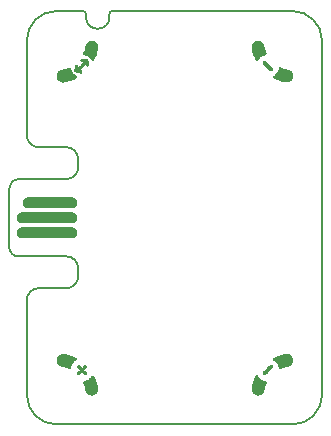
<source format=gto>
%TF.GenerationSoftware,KiCad,Pcbnew,8.0.8*%
%TF.CreationDate,2025-01-29T17:02:43+00:00*%
%TF.ProjectId,ec30_2x3_l_mh_0.1,65633330-5f32-4783-935f-6c5f6d685f30,v0.1*%
%TF.SameCoordinates,PX8d24d00PY36d6160*%
%TF.FileFunction,Legend,Top*%
%TF.FilePolarity,Positive*%
%FSLAX46Y46*%
G04 Gerber Fmt 4.6, Leading zero omitted, Abs format (unit mm)*
G04 Created by KiCad (PCBNEW 8.0.8) date 2025-01-29 17:02:43*
%MOMM*%
%LPD*%
G01*
G04 APERTURE LIST*
%ADD10C,0.200000*%
%ADD11C,0.010000*%
%ADD12C,0.000000*%
G04 APERTURE END LIST*
D10*
X-7500000Y17250000D02*
X-7500000Y17000000D01*
X-8150000Y4270000D02*
X-8150000Y4970000D01*
X-14000000Y2470001D02*
X-14000000Y-2470000D01*
X12500000Y12000000D02*
X12500000Y2000000D01*
X-10000000Y-17500000D02*
G75*
G02*
X-12500000Y-15000000I-800J2499200D01*
G01*
X-7750000Y17500000D02*
G75*
G02*
X-7500000Y17250000I800J-249200D01*
G01*
X12500000Y12000000D02*
X12500000Y15000000D01*
X10000000Y17500000D02*
X-5250000Y17500000D01*
X-9148000Y-5969999D02*
X-11500000Y-5969999D01*
X-13200000Y-3269999D02*
G75*
G02*
X-13999999Y-2470000I-1100J798899D01*
G01*
X-12500000Y-6969999D02*
G75*
G02*
X-11500000Y-5970000I1000400J-401D01*
G01*
X-11500000Y5970000D02*
X-9148000Y5970000D01*
X-7750000Y17500000D02*
X-10000000Y17500000D01*
X-12500000Y15000000D02*
G75*
G02*
X-10000000Y17500000I2499200J800D01*
G01*
X-11500000Y5970000D02*
G75*
G02*
X-12500000Y6970000I400J1000400D01*
G01*
X-5500000Y17000000D02*
X-5500000Y17250000D01*
X-14000000Y2470001D02*
G75*
G02*
X-13200000Y3270000I798900J1099D01*
G01*
X-9148000Y5970000D02*
G75*
G02*
X-8150004Y4970000I1000J-997000D01*
G01*
X-8150000Y4270000D02*
G75*
G02*
X-9148000Y3270003I-1000400J400D01*
G01*
X-5500000Y17250000D02*
G75*
G02*
X-5250000Y17500000I249200J800D01*
G01*
X-12500000Y-11969999D02*
X-12500000Y-15000000D01*
X-12500000Y-6969999D02*
X-12500000Y-11969999D01*
X-13200000Y-3269999D02*
X-9150000Y-3269999D01*
X-5500000Y17000000D02*
G75*
G02*
X-7500000Y17000000I-1000000J0D01*
G01*
X10000000Y17500000D02*
G75*
G02*
X12500000Y15000000I800J-2499200D01*
G01*
X12500000Y2000000D02*
X12500000Y-12000000D01*
X-8148000Y-4969999D02*
G75*
G02*
X-9148000Y-5970000I-1000400J399D01*
G01*
X-12500000Y15000000D02*
X-12500000Y11970000D01*
X-12500000Y11970000D02*
X-12500000Y6970000D01*
X-9150000Y-3269999D02*
G75*
G02*
X-8149999Y-4269999I-400J-1000401D01*
G01*
X12500000Y-15000000D02*
X12500000Y-12000000D01*
X-10000000Y-17500000D02*
X10000000Y-17500000D01*
X-9148000Y3270000D02*
X-13200000Y3270000D01*
X12500000Y-15000000D02*
G75*
G02*
X10000000Y-17500000I-2499200J-800D01*
G01*
X-8148000Y-4969999D02*
X-8150000Y-4269999D01*
D11*
%TO.C,MH3*%
X-6928506Y-13363138D02*
X-6911772Y-13369471D01*
X-6896147Y-13380908D01*
X-6880922Y-13398107D01*
X-6865387Y-13421729D01*
X-6848836Y-13452432D01*
X-6848679Y-13452743D01*
X-6791282Y-13574332D01*
X-6737855Y-13701980D01*
X-6688736Y-13834690D01*
X-6644262Y-13971466D01*
X-6604771Y-14111310D01*
X-6570599Y-14253224D01*
X-6558186Y-14311864D01*
X-6547379Y-14371341D01*
X-6540466Y-14424475D01*
X-6537409Y-14471817D01*
X-6538170Y-14513920D01*
X-6542040Y-14547507D01*
X-6556533Y-14610942D01*
X-6577909Y-14670724D01*
X-6605930Y-14726502D01*
X-6640355Y-14777928D01*
X-6680946Y-14824650D01*
X-6727463Y-14866318D01*
X-6779668Y-14902583D01*
X-6787978Y-14907537D01*
X-6840693Y-14933832D01*
X-6896925Y-14953542D01*
X-6955607Y-14966561D01*
X-7015670Y-14972782D01*
X-7076044Y-14972098D01*
X-7135662Y-14964403D01*
X-7193456Y-14949591D01*
X-7197273Y-14948329D01*
X-7253331Y-14925415D01*
X-7306281Y-14895615D01*
X-7355436Y-14859600D01*
X-7400110Y-14818037D01*
X-7439617Y-14771594D01*
X-7473270Y-14720941D01*
X-7500383Y-14666745D01*
X-7509057Y-14644736D01*
X-7513607Y-14630447D01*
X-7519138Y-14610225D01*
X-7525185Y-14585941D01*
X-7531282Y-14559465D01*
X-7536963Y-14532671D01*
X-7537051Y-14532232D01*
X-7558678Y-14432503D01*
X-7582269Y-14338735D01*
X-7608385Y-14249080D01*
X-7637586Y-14161685D01*
X-7670432Y-14074702D01*
X-7689984Y-14027005D01*
X-7703664Y-13992497D01*
X-7713040Y-13963665D01*
X-7718165Y-13939548D01*
X-7719093Y-13919190D01*
X-7715878Y-13901631D01*
X-7708573Y-13885911D01*
X-7698622Y-13872631D01*
X-7689672Y-13863366D01*
X-7679962Y-13855700D01*
X-7668106Y-13848964D01*
X-7652714Y-13842488D01*
X-7632401Y-13835601D01*
X-7605778Y-13827634D01*
X-7604892Y-13827378D01*
X-7548101Y-13809694D01*
X-7496370Y-13790649D01*
X-7446827Y-13769122D01*
X-7413766Y-13752928D01*
X-7338632Y-13710190D01*
X-7267054Y-13660666D01*
X-7199758Y-13604986D01*
X-7137473Y-13543782D01*
X-7080926Y-13477685D01*
X-7053164Y-13440364D01*
X-7031231Y-13411566D01*
X-7010897Y-13389815D01*
X-6991436Y-13374570D01*
X-6972119Y-13365290D01*
X-6952222Y-13361431D01*
X-6947057Y-13361250D01*
X-6928506Y-13363138D01*
G36*
X-6928506Y-13363138D02*
G01*
X-6911772Y-13369471D01*
X-6896147Y-13380908D01*
X-6880922Y-13398107D01*
X-6865387Y-13421729D01*
X-6848836Y-13452432D01*
X-6848679Y-13452743D01*
X-6791282Y-13574332D01*
X-6737855Y-13701980D01*
X-6688736Y-13834690D01*
X-6644262Y-13971466D01*
X-6604771Y-14111310D01*
X-6570599Y-14253224D01*
X-6558186Y-14311864D01*
X-6547379Y-14371341D01*
X-6540466Y-14424475D01*
X-6537409Y-14471817D01*
X-6538170Y-14513920D01*
X-6542040Y-14547507D01*
X-6556533Y-14610942D01*
X-6577909Y-14670724D01*
X-6605930Y-14726502D01*
X-6640355Y-14777928D01*
X-6680946Y-14824650D01*
X-6727463Y-14866318D01*
X-6779668Y-14902583D01*
X-6787978Y-14907537D01*
X-6840693Y-14933832D01*
X-6896925Y-14953542D01*
X-6955607Y-14966561D01*
X-7015670Y-14972782D01*
X-7076044Y-14972098D01*
X-7135662Y-14964403D01*
X-7193456Y-14949591D01*
X-7197273Y-14948329D01*
X-7253331Y-14925415D01*
X-7306281Y-14895615D01*
X-7355436Y-14859600D01*
X-7400110Y-14818037D01*
X-7439617Y-14771594D01*
X-7473270Y-14720941D01*
X-7500383Y-14666745D01*
X-7509057Y-14644736D01*
X-7513607Y-14630447D01*
X-7519138Y-14610225D01*
X-7525185Y-14585941D01*
X-7531282Y-14559465D01*
X-7536963Y-14532671D01*
X-7537051Y-14532232D01*
X-7558678Y-14432503D01*
X-7582269Y-14338735D01*
X-7608385Y-14249080D01*
X-7637586Y-14161685D01*
X-7670432Y-14074702D01*
X-7689984Y-14027005D01*
X-7703664Y-13992497D01*
X-7713040Y-13963665D01*
X-7718165Y-13939548D01*
X-7719093Y-13919190D01*
X-7715878Y-13901631D01*
X-7708573Y-13885911D01*
X-7698622Y-13872631D01*
X-7689672Y-13863366D01*
X-7679962Y-13855700D01*
X-7668106Y-13848964D01*
X-7652714Y-13842488D01*
X-7632401Y-13835601D01*
X-7605778Y-13827634D01*
X-7604892Y-13827378D01*
X-7548101Y-13809694D01*
X-7496370Y-13790649D01*
X-7446827Y-13769122D01*
X-7413766Y-13752928D01*
X-7338632Y-13710190D01*
X-7267054Y-13660666D01*
X-7199758Y-13604986D01*
X-7137473Y-13543782D01*
X-7080926Y-13477685D01*
X-7053164Y-13440364D01*
X-7031231Y-13411566D01*
X-7010897Y-13389815D01*
X-6991436Y-13374570D01*
X-6972119Y-13365290D01*
X-6952222Y-13361431D01*
X-6947057Y-13361250D01*
X-6928506Y-13363138D01*
G37*
X-9469382Y-11539537D02*
X-9447697Y-11539914D01*
X-9426734Y-11540918D01*
X-9405491Y-11542711D01*
X-9382963Y-11545454D01*
X-9358146Y-11549309D01*
X-9330036Y-11554438D01*
X-9297629Y-11561001D01*
X-9259922Y-11569161D01*
X-9215909Y-11579080D01*
X-9197523Y-11583298D01*
X-9084110Y-11611811D01*
X-8967931Y-11645606D01*
X-8850843Y-11684017D01*
X-8734702Y-11726377D01*
X-8621365Y-11772019D01*
X-8512689Y-11820278D01*
X-8441520Y-11854688D01*
X-8413993Y-11869173D01*
X-8392962Y-11881967D01*
X-8377390Y-11893881D01*
X-8366238Y-11905723D01*
X-8358469Y-11918303D01*
X-8357596Y-11920160D01*
X-8351621Y-11938194D01*
X-8351673Y-11955018D01*
X-8355628Y-11969259D01*
X-8366482Y-11988971D01*
X-8384803Y-12009218D01*
X-8410183Y-12029563D01*
X-8414969Y-12032864D01*
X-8488201Y-12086938D01*
X-8555669Y-12146142D01*
X-8617131Y-12210183D01*
X-8672347Y-12278769D01*
X-8721073Y-12351605D01*
X-8763068Y-12428401D01*
X-8788576Y-12484951D01*
X-8800921Y-12516142D01*
X-8812141Y-12547535D01*
X-8822891Y-12581156D01*
X-8833828Y-12619033D01*
X-8842684Y-12651971D01*
X-8847996Y-12670214D01*
X-8853411Y-12683262D01*
X-8860250Y-12693763D01*
X-8867703Y-12702184D01*
X-8883266Y-12715623D01*
X-8899653Y-12723702D01*
X-8917964Y-12726465D01*
X-8939296Y-12723957D01*
X-8964748Y-12716222D01*
X-8987179Y-12707027D01*
X-9107698Y-12657583D01*
X-9231987Y-12614301D01*
X-9360629Y-12577001D01*
X-9494206Y-12545501D01*
X-9524887Y-12539217D01*
X-9559570Y-12532116D01*
X-9587951Y-12525804D01*
X-9611570Y-12519832D01*
X-9631964Y-12513755D01*
X-9650673Y-12507126D01*
X-9669235Y-12499496D01*
X-9683073Y-12493272D01*
X-9736054Y-12464533D01*
X-9785121Y-12429388D01*
X-9829705Y-12388566D01*
X-9869233Y-12342795D01*
X-9903134Y-12292803D01*
X-9930837Y-12239319D01*
X-9951771Y-12183072D01*
X-9963418Y-12135752D01*
X-9971542Y-12072993D01*
X-9972079Y-12011364D01*
X-9965355Y-11951349D01*
X-9951696Y-11893433D01*
X-9931426Y-11838104D01*
X-9904871Y-11785845D01*
X-9872355Y-11737142D01*
X-9834205Y-11692481D01*
X-9790745Y-11652346D01*
X-9742300Y-11617225D01*
X-9689196Y-11587601D01*
X-9631758Y-11563960D01*
X-9570311Y-11546788D01*
X-9568601Y-11546419D01*
X-9550919Y-11543237D01*
X-9531677Y-11541113D01*
X-9508978Y-11539916D01*
X-9480930Y-11539514D01*
X-9469382Y-11539537D01*
G36*
X-9469382Y-11539537D02*
G01*
X-9447697Y-11539914D01*
X-9426734Y-11540918D01*
X-9405491Y-11542711D01*
X-9382963Y-11545454D01*
X-9358146Y-11549309D01*
X-9330036Y-11554438D01*
X-9297629Y-11561001D01*
X-9259922Y-11569161D01*
X-9215909Y-11579080D01*
X-9197523Y-11583298D01*
X-9084110Y-11611811D01*
X-8967931Y-11645606D01*
X-8850843Y-11684017D01*
X-8734702Y-11726377D01*
X-8621365Y-11772019D01*
X-8512689Y-11820278D01*
X-8441520Y-11854688D01*
X-8413993Y-11869173D01*
X-8392962Y-11881967D01*
X-8377390Y-11893881D01*
X-8366238Y-11905723D01*
X-8358469Y-11918303D01*
X-8357596Y-11920160D01*
X-8351621Y-11938194D01*
X-8351673Y-11955018D01*
X-8355628Y-11969259D01*
X-8366482Y-11988971D01*
X-8384803Y-12009218D01*
X-8410183Y-12029563D01*
X-8414969Y-12032864D01*
X-8488201Y-12086938D01*
X-8555669Y-12146142D01*
X-8617131Y-12210183D01*
X-8672347Y-12278769D01*
X-8721073Y-12351605D01*
X-8763068Y-12428401D01*
X-8788576Y-12484951D01*
X-8800921Y-12516142D01*
X-8812141Y-12547535D01*
X-8822891Y-12581156D01*
X-8833828Y-12619033D01*
X-8842684Y-12651971D01*
X-8847996Y-12670214D01*
X-8853411Y-12683262D01*
X-8860250Y-12693763D01*
X-8867703Y-12702184D01*
X-8883266Y-12715623D01*
X-8899653Y-12723702D01*
X-8917964Y-12726465D01*
X-8939296Y-12723957D01*
X-8964748Y-12716222D01*
X-8987179Y-12707027D01*
X-9107698Y-12657583D01*
X-9231987Y-12614301D01*
X-9360629Y-12577001D01*
X-9494206Y-12545501D01*
X-9524887Y-12539217D01*
X-9559570Y-12532116D01*
X-9587951Y-12525804D01*
X-9611570Y-12519832D01*
X-9631964Y-12513755D01*
X-9650673Y-12507126D01*
X-9669235Y-12499496D01*
X-9683073Y-12493272D01*
X-9736054Y-12464533D01*
X-9785121Y-12429388D01*
X-9829705Y-12388566D01*
X-9869233Y-12342795D01*
X-9903134Y-12292803D01*
X-9930837Y-12239319D01*
X-9951771Y-12183072D01*
X-9963418Y-12135752D01*
X-9971542Y-12072993D01*
X-9972079Y-12011364D01*
X-9965355Y-11951349D01*
X-9951696Y-11893433D01*
X-9931426Y-11838104D01*
X-9904871Y-11785845D01*
X-9872355Y-11737142D01*
X-9834205Y-11692481D01*
X-9790745Y-11652346D01*
X-9742300Y-11617225D01*
X-9689196Y-11587601D01*
X-9631758Y-11563960D01*
X-9570311Y-11546788D01*
X-9568601Y-11546419D01*
X-9550919Y-11543237D01*
X-9531677Y-11541113D01*
X-9508978Y-11539916D01*
X-9480930Y-11539514D01*
X-9469382Y-11539537D01*
G37*
X-8113706Y-12496944D02*
X-8103689Y-12499701D01*
X-8097802Y-12501893D01*
X-8091812Y-12504868D01*
X-8085087Y-12509183D01*
X-8076996Y-12515397D01*
X-8066906Y-12524068D01*
X-8054186Y-12535754D01*
X-8038203Y-12551014D01*
X-8018325Y-12570404D01*
X-7993921Y-12594483D01*
X-7974157Y-12614080D01*
X-7866011Y-12721433D01*
X-7759845Y-12616232D01*
X-7731277Y-12588145D01*
X-7705522Y-12563269D01*
X-7683075Y-12542058D01*
X-7664428Y-12524971D01*
X-7650076Y-12512464D01*
X-7640513Y-12504993D01*
X-7637804Y-12503347D01*
X-7619653Y-12497707D01*
X-7597647Y-12495447D01*
X-7574938Y-12496528D01*
X-7554679Y-12500911D01*
X-7546147Y-12504489D01*
X-7526917Y-12518143D01*
X-7510139Y-12536514D01*
X-7498889Y-12555827D01*
X-7494821Y-12571697D01*
X-7493195Y-12591689D01*
X-7494004Y-12612373D01*
X-7497238Y-12630321D01*
X-7499093Y-12635689D01*
X-7504005Y-12643205D01*
X-7514648Y-12656014D01*
X-7530930Y-12674015D01*
X-7552756Y-12697108D01*
X-7580035Y-12725192D01*
X-7612673Y-12758167D01*
X-7613064Y-12758559D01*
X-7720887Y-12866673D01*
X-7615058Y-12972974D01*
X-7584116Y-13004238D01*
X-7558609Y-13030431D01*
X-7538195Y-13051925D01*
X-7522533Y-13069093D01*
X-7511280Y-13082307D01*
X-7504096Y-13091939D01*
X-7501173Y-13097031D01*
X-7494104Y-13121344D01*
X-7493008Y-13147931D01*
X-7497820Y-13173913D01*
X-7503224Y-13187437D01*
X-7518879Y-13210652D01*
X-7539503Y-13227874D01*
X-7562126Y-13237933D01*
X-7579823Y-13242314D01*
X-7594838Y-13243348D01*
X-7610844Y-13241009D01*
X-7624185Y-13237471D01*
X-7629927Y-13235599D01*
X-7635561Y-13233123D01*
X-7641713Y-13229495D01*
X-7649007Y-13224164D01*
X-7658067Y-13216580D01*
X-7669517Y-13206195D01*
X-7683982Y-13192456D01*
X-7702086Y-13174816D01*
X-7724453Y-13152724D01*
X-7751707Y-13125630D01*
X-7755874Y-13121480D01*
X-7866007Y-13011789D01*
X-7976140Y-13121480D01*
X-8004116Y-13149305D01*
X-8027118Y-13172053D01*
X-8045771Y-13190273D01*
X-8060700Y-13204516D01*
X-8072528Y-13215330D01*
X-8081879Y-13223266D01*
X-8089379Y-13228875D01*
X-8095651Y-13232705D01*
X-8101320Y-13235306D01*
X-8107010Y-13237229D01*
X-8107829Y-13237471D01*
X-8126610Y-13242124D01*
X-8141901Y-13243383D01*
X-8157373Y-13241278D01*
X-8169888Y-13237933D01*
X-8194545Y-13226692D01*
X-8214425Y-13209602D01*
X-8228856Y-13187607D01*
X-8237166Y-13161652D01*
X-8238982Y-13140798D01*
X-8238748Y-13129644D01*
X-8237797Y-13119682D01*
X-8235633Y-13110230D01*
X-8231761Y-13100607D01*
X-8225687Y-13090132D01*
X-8216914Y-13078124D01*
X-8204948Y-13063903D01*
X-8189294Y-13046786D01*
X-8169456Y-13026095D01*
X-8144940Y-13001146D01*
X-8116956Y-12972974D01*
X-8011127Y-12866673D01*
X-8118789Y-12758559D01*
X-8151189Y-12725807D01*
X-8177947Y-12698278D01*
X-8199233Y-12675790D01*
X-8215216Y-12658158D01*
X-8226067Y-12645200D01*
X-8231953Y-12636730D01*
X-8232760Y-12635077D01*
X-8238627Y-12611156D01*
X-8238409Y-12585114D01*
X-8232552Y-12559340D01*
X-8221501Y-12536224D01*
X-8212046Y-12524073D01*
X-8191856Y-12508280D01*
X-8167562Y-12498230D01*
X-8140924Y-12494320D01*
X-8113706Y-12496944D01*
G36*
X-8113706Y-12496944D02*
G01*
X-8103689Y-12499701D01*
X-8097802Y-12501893D01*
X-8091812Y-12504868D01*
X-8085087Y-12509183D01*
X-8076996Y-12515397D01*
X-8066906Y-12524068D01*
X-8054186Y-12535754D01*
X-8038203Y-12551014D01*
X-8018325Y-12570404D01*
X-7993921Y-12594483D01*
X-7974157Y-12614080D01*
X-7866011Y-12721433D01*
X-7759845Y-12616232D01*
X-7731277Y-12588145D01*
X-7705522Y-12563269D01*
X-7683075Y-12542058D01*
X-7664428Y-12524971D01*
X-7650076Y-12512464D01*
X-7640513Y-12504993D01*
X-7637804Y-12503347D01*
X-7619653Y-12497707D01*
X-7597647Y-12495447D01*
X-7574938Y-12496528D01*
X-7554679Y-12500911D01*
X-7546147Y-12504489D01*
X-7526917Y-12518143D01*
X-7510139Y-12536514D01*
X-7498889Y-12555827D01*
X-7494821Y-12571697D01*
X-7493195Y-12591689D01*
X-7494004Y-12612373D01*
X-7497238Y-12630321D01*
X-7499093Y-12635689D01*
X-7504005Y-12643205D01*
X-7514648Y-12656014D01*
X-7530930Y-12674015D01*
X-7552756Y-12697108D01*
X-7580035Y-12725192D01*
X-7612673Y-12758167D01*
X-7613064Y-12758559D01*
X-7720887Y-12866673D01*
X-7615058Y-12972974D01*
X-7584116Y-13004238D01*
X-7558609Y-13030431D01*
X-7538195Y-13051925D01*
X-7522533Y-13069093D01*
X-7511280Y-13082307D01*
X-7504096Y-13091939D01*
X-7501173Y-13097031D01*
X-7494104Y-13121344D01*
X-7493008Y-13147931D01*
X-7497820Y-13173913D01*
X-7503224Y-13187437D01*
X-7518879Y-13210652D01*
X-7539503Y-13227874D01*
X-7562126Y-13237933D01*
X-7579823Y-13242314D01*
X-7594838Y-13243348D01*
X-7610844Y-13241009D01*
X-7624185Y-13237471D01*
X-7629927Y-13235599D01*
X-7635561Y-13233123D01*
X-7641713Y-13229495D01*
X-7649007Y-13224164D01*
X-7658067Y-13216580D01*
X-7669517Y-13206195D01*
X-7683982Y-13192456D01*
X-7702086Y-13174816D01*
X-7724453Y-13152724D01*
X-7751707Y-13125630D01*
X-7755874Y-13121480D01*
X-7866007Y-13011789D01*
X-7976140Y-13121480D01*
X-8004116Y-13149305D01*
X-8027118Y-13172053D01*
X-8045771Y-13190273D01*
X-8060700Y-13204516D01*
X-8072528Y-13215330D01*
X-8081879Y-13223266D01*
X-8089379Y-13228875D01*
X-8095651Y-13232705D01*
X-8101320Y-13235306D01*
X-8107010Y-13237229D01*
X-8107829Y-13237471D01*
X-8126610Y-13242124D01*
X-8141901Y-13243383D01*
X-8157373Y-13241278D01*
X-8169888Y-13237933D01*
X-8194545Y-13226692D01*
X-8214425Y-13209602D01*
X-8228856Y-13187607D01*
X-8237166Y-13161652D01*
X-8238982Y-13140798D01*
X-8238748Y-13129644D01*
X-8237797Y-13119682D01*
X-8235633Y-13110230D01*
X-8231761Y-13100607D01*
X-8225687Y-13090132D01*
X-8216914Y-13078124D01*
X-8204948Y-13063903D01*
X-8189294Y-13046786D01*
X-8169456Y-13026095D01*
X-8144940Y-13001146D01*
X-8116956Y-12972974D01*
X-8011127Y-12866673D01*
X-8118789Y-12758559D01*
X-8151189Y-12725807D01*
X-8177947Y-12698278D01*
X-8199233Y-12675790D01*
X-8215216Y-12658158D01*
X-8226067Y-12645200D01*
X-8231953Y-12636730D01*
X-8232760Y-12635077D01*
X-8238627Y-12611156D01*
X-8238409Y-12585114D01*
X-8232552Y-12559340D01*
X-8221501Y-12536224D01*
X-8212046Y-12524073D01*
X-8191856Y-12508280D01*
X-8167562Y-12498230D01*
X-8140924Y-12494320D01*
X-8113706Y-12496944D01*
G37*
%TO.C,MH4*%
X9511949Y-11535485D02*
X9545536Y-11539355D01*
X9608971Y-11553848D01*
X9668753Y-11575224D01*
X9724531Y-11603245D01*
X9775957Y-11637670D01*
X9822679Y-11678261D01*
X9864347Y-11724778D01*
X9900612Y-11776983D01*
X9905566Y-11785293D01*
X9931861Y-11838008D01*
X9951571Y-11894240D01*
X9964590Y-11952922D01*
X9970811Y-12012985D01*
X9970127Y-12073359D01*
X9962432Y-12132977D01*
X9947620Y-12190771D01*
X9946358Y-12194588D01*
X9923444Y-12250646D01*
X9893644Y-12303596D01*
X9857629Y-12352751D01*
X9816066Y-12397425D01*
X9769623Y-12436932D01*
X9718970Y-12470585D01*
X9664774Y-12497698D01*
X9642765Y-12506372D01*
X9628476Y-12510922D01*
X9608254Y-12516453D01*
X9583970Y-12522500D01*
X9557494Y-12528597D01*
X9530700Y-12534278D01*
X9530261Y-12534366D01*
X9430532Y-12555993D01*
X9336764Y-12579584D01*
X9247109Y-12605700D01*
X9159714Y-12634901D01*
X9072731Y-12667747D01*
X9025034Y-12687299D01*
X8990526Y-12700979D01*
X8961694Y-12710355D01*
X8937577Y-12715480D01*
X8917219Y-12716408D01*
X8899660Y-12713193D01*
X8883940Y-12705888D01*
X8870660Y-12695937D01*
X8861395Y-12686987D01*
X8853729Y-12677277D01*
X8846993Y-12665421D01*
X8840517Y-12650029D01*
X8833630Y-12629716D01*
X8825663Y-12603093D01*
X8825407Y-12602207D01*
X8807723Y-12545416D01*
X8788678Y-12493685D01*
X8767151Y-12444142D01*
X8750957Y-12411081D01*
X8708219Y-12335947D01*
X8658695Y-12264369D01*
X8603015Y-12197073D01*
X8541811Y-12134788D01*
X8475714Y-12078241D01*
X8438393Y-12050479D01*
X8409595Y-12028546D01*
X8387844Y-12008212D01*
X8372599Y-11988751D01*
X8363319Y-11969434D01*
X8359460Y-11949537D01*
X8359279Y-11944372D01*
X8361167Y-11925821D01*
X8367500Y-11909087D01*
X8378937Y-11893462D01*
X8396136Y-11878237D01*
X8419758Y-11862702D01*
X8450461Y-11846151D01*
X8450772Y-11845994D01*
X8572361Y-11788597D01*
X8700009Y-11735170D01*
X8832719Y-11686051D01*
X8969495Y-11641577D01*
X9109339Y-11602086D01*
X9251253Y-11567914D01*
X9309893Y-11555501D01*
X9369370Y-11544694D01*
X9422504Y-11537781D01*
X9469846Y-11534724D01*
X9511949Y-11535485D01*
G36*
X9511949Y-11535485D02*
G01*
X9545536Y-11539355D01*
X9608971Y-11553848D01*
X9668753Y-11575224D01*
X9724531Y-11603245D01*
X9775957Y-11637670D01*
X9822679Y-11678261D01*
X9864347Y-11724778D01*
X9900612Y-11776983D01*
X9905566Y-11785293D01*
X9931861Y-11838008D01*
X9951571Y-11894240D01*
X9964590Y-11952922D01*
X9970811Y-12012985D01*
X9970127Y-12073359D01*
X9962432Y-12132977D01*
X9947620Y-12190771D01*
X9946358Y-12194588D01*
X9923444Y-12250646D01*
X9893644Y-12303596D01*
X9857629Y-12352751D01*
X9816066Y-12397425D01*
X9769623Y-12436932D01*
X9718970Y-12470585D01*
X9664774Y-12497698D01*
X9642765Y-12506372D01*
X9628476Y-12510922D01*
X9608254Y-12516453D01*
X9583970Y-12522500D01*
X9557494Y-12528597D01*
X9530700Y-12534278D01*
X9530261Y-12534366D01*
X9430532Y-12555993D01*
X9336764Y-12579584D01*
X9247109Y-12605700D01*
X9159714Y-12634901D01*
X9072731Y-12667747D01*
X9025034Y-12687299D01*
X8990526Y-12700979D01*
X8961694Y-12710355D01*
X8937577Y-12715480D01*
X8917219Y-12716408D01*
X8899660Y-12713193D01*
X8883940Y-12705888D01*
X8870660Y-12695937D01*
X8861395Y-12686987D01*
X8853729Y-12677277D01*
X8846993Y-12665421D01*
X8840517Y-12650029D01*
X8833630Y-12629716D01*
X8825663Y-12603093D01*
X8825407Y-12602207D01*
X8807723Y-12545416D01*
X8788678Y-12493685D01*
X8767151Y-12444142D01*
X8750957Y-12411081D01*
X8708219Y-12335947D01*
X8658695Y-12264369D01*
X8603015Y-12197073D01*
X8541811Y-12134788D01*
X8475714Y-12078241D01*
X8438393Y-12050479D01*
X8409595Y-12028546D01*
X8387844Y-12008212D01*
X8372599Y-11988751D01*
X8363319Y-11969434D01*
X8359460Y-11949537D01*
X8359279Y-11944372D01*
X8361167Y-11925821D01*
X8367500Y-11909087D01*
X8378937Y-11893462D01*
X8396136Y-11878237D01*
X8419758Y-11862702D01*
X8450461Y-11846151D01*
X8450772Y-11845994D01*
X8572361Y-11788597D01*
X8700009Y-11735170D01*
X8832719Y-11686051D01*
X8969495Y-11641577D01*
X9109339Y-11602086D01*
X9251253Y-11567914D01*
X9309893Y-11555501D01*
X9369370Y-11544694D01*
X9422504Y-11537781D01*
X9469846Y-11534724D01*
X9511949Y-11535485D01*
G37*
X6953047Y-13348988D02*
X6967288Y-13352943D01*
X6987000Y-13363797D01*
X7007247Y-13382118D01*
X7027592Y-13407498D01*
X7030893Y-13412284D01*
X7084967Y-13485516D01*
X7144171Y-13552984D01*
X7208212Y-13614446D01*
X7276798Y-13669662D01*
X7349634Y-13718388D01*
X7426430Y-13760383D01*
X7482980Y-13785891D01*
X7514171Y-13798236D01*
X7545564Y-13809456D01*
X7579185Y-13820206D01*
X7617062Y-13831143D01*
X7650000Y-13839999D01*
X7668243Y-13845311D01*
X7681291Y-13850726D01*
X7691792Y-13857565D01*
X7700213Y-13865018D01*
X7713652Y-13880581D01*
X7721731Y-13896968D01*
X7724494Y-13915279D01*
X7721986Y-13936611D01*
X7714251Y-13962063D01*
X7705056Y-13984494D01*
X7655612Y-14105013D01*
X7612330Y-14229302D01*
X7575030Y-14357944D01*
X7543530Y-14491521D01*
X7537246Y-14522202D01*
X7530145Y-14556885D01*
X7523833Y-14585266D01*
X7517861Y-14608885D01*
X7511784Y-14629279D01*
X7505155Y-14647988D01*
X7497525Y-14666550D01*
X7491301Y-14680388D01*
X7462562Y-14733369D01*
X7427417Y-14782436D01*
X7386595Y-14827020D01*
X7340824Y-14866548D01*
X7290832Y-14900449D01*
X7237348Y-14928152D01*
X7181101Y-14949086D01*
X7133781Y-14960733D01*
X7071022Y-14968857D01*
X7009393Y-14969394D01*
X6949378Y-14962670D01*
X6891462Y-14949011D01*
X6836133Y-14928741D01*
X6783874Y-14902186D01*
X6735171Y-14869670D01*
X6690510Y-14831520D01*
X6650375Y-14788060D01*
X6615254Y-14739615D01*
X6585630Y-14686511D01*
X6561989Y-14629073D01*
X6544817Y-14567626D01*
X6544448Y-14565916D01*
X6541266Y-14548234D01*
X6539142Y-14528992D01*
X6537945Y-14506293D01*
X6537543Y-14478245D01*
X6537566Y-14466697D01*
X6537943Y-14445012D01*
X6538947Y-14424049D01*
X6540740Y-14402806D01*
X6543483Y-14380278D01*
X6547338Y-14355461D01*
X6552467Y-14327351D01*
X6559030Y-14294944D01*
X6567190Y-14257237D01*
X6577109Y-14213224D01*
X6581327Y-14194838D01*
X6609840Y-14081425D01*
X6643635Y-13965246D01*
X6682046Y-13848158D01*
X6724406Y-13732017D01*
X6770048Y-13618680D01*
X6818307Y-13510004D01*
X6852717Y-13438835D01*
X6867202Y-13411308D01*
X6879996Y-13390277D01*
X6891910Y-13374705D01*
X6903752Y-13363553D01*
X6916332Y-13355784D01*
X6918189Y-13354911D01*
X6936223Y-13348936D01*
X6953047Y-13348988D01*
G36*
X6953047Y-13348988D02*
G01*
X6967288Y-13352943D01*
X6987000Y-13363797D01*
X7007247Y-13382118D01*
X7027592Y-13407498D01*
X7030893Y-13412284D01*
X7084967Y-13485516D01*
X7144171Y-13552984D01*
X7208212Y-13614446D01*
X7276798Y-13669662D01*
X7349634Y-13718388D01*
X7426430Y-13760383D01*
X7482980Y-13785891D01*
X7514171Y-13798236D01*
X7545564Y-13809456D01*
X7579185Y-13820206D01*
X7617062Y-13831143D01*
X7650000Y-13839999D01*
X7668243Y-13845311D01*
X7681291Y-13850726D01*
X7691792Y-13857565D01*
X7700213Y-13865018D01*
X7713652Y-13880581D01*
X7721731Y-13896968D01*
X7724494Y-13915279D01*
X7721986Y-13936611D01*
X7714251Y-13962063D01*
X7705056Y-13984494D01*
X7655612Y-14105013D01*
X7612330Y-14229302D01*
X7575030Y-14357944D01*
X7543530Y-14491521D01*
X7537246Y-14522202D01*
X7530145Y-14556885D01*
X7523833Y-14585266D01*
X7517861Y-14608885D01*
X7511784Y-14629279D01*
X7505155Y-14647988D01*
X7497525Y-14666550D01*
X7491301Y-14680388D01*
X7462562Y-14733369D01*
X7427417Y-14782436D01*
X7386595Y-14827020D01*
X7340824Y-14866548D01*
X7290832Y-14900449D01*
X7237348Y-14928152D01*
X7181101Y-14949086D01*
X7133781Y-14960733D01*
X7071022Y-14968857D01*
X7009393Y-14969394D01*
X6949378Y-14962670D01*
X6891462Y-14949011D01*
X6836133Y-14928741D01*
X6783874Y-14902186D01*
X6735171Y-14869670D01*
X6690510Y-14831520D01*
X6650375Y-14788060D01*
X6615254Y-14739615D01*
X6585630Y-14686511D01*
X6561989Y-14629073D01*
X6544817Y-14567626D01*
X6544448Y-14565916D01*
X6541266Y-14548234D01*
X6539142Y-14528992D01*
X6537945Y-14506293D01*
X6537543Y-14478245D01*
X6537566Y-14466697D01*
X6537943Y-14445012D01*
X6538947Y-14424049D01*
X6540740Y-14402806D01*
X6543483Y-14380278D01*
X6547338Y-14355461D01*
X6552467Y-14327351D01*
X6559030Y-14294944D01*
X6567190Y-14257237D01*
X6577109Y-14213224D01*
X6581327Y-14194838D01*
X6609840Y-14081425D01*
X6643635Y-13965246D01*
X6682046Y-13848158D01*
X6724406Y-13732017D01*
X6770048Y-13618680D01*
X6818307Y-13510004D01*
X6852717Y-13438835D01*
X6867202Y-13411308D01*
X6879996Y-13390277D01*
X6891910Y-13374705D01*
X6903752Y-13363553D01*
X6916332Y-13355784D01*
X6918189Y-13354911D01*
X6936223Y-13348936D01*
X6953047Y-13348988D01*
G37*
X8161664Y-12465669D02*
X8170644Y-12467670D01*
X8200672Y-12479910D01*
X8225650Y-12497812D01*
X8245015Y-12520589D01*
X8258200Y-12547453D01*
X8264642Y-12577616D01*
X8264914Y-12599115D01*
X8264446Y-12606630D01*
X8263847Y-12613497D01*
X8262805Y-12620076D01*
X8261008Y-12626722D01*
X8258142Y-12633793D01*
X8253895Y-12641646D01*
X8247956Y-12650638D01*
X8240011Y-12661127D01*
X8229747Y-12673470D01*
X8216854Y-12688023D01*
X8201017Y-12705144D01*
X8181925Y-12725191D01*
X8159265Y-12748520D01*
X8132725Y-12775488D01*
X8101992Y-12806453D01*
X8066753Y-12841772D01*
X8026697Y-12881803D01*
X7981511Y-12926901D01*
X7955203Y-12953152D01*
X7908642Y-12999605D01*
X7867346Y-13040772D01*
X7830970Y-13076980D01*
X7799168Y-13108560D01*
X7771596Y-13135838D01*
X7747908Y-13159144D01*
X7727758Y-13178805D01*
X7710802Y-13195151D01*
X7696694Y-13208509D01*
X7685088Y-13219208D01*
X7675639Y-13227577D01*
X7668002Y-13233943D01*
X7661832Y-13238636D01*
X7656783Y-13241983D01*
X7652509Y-13244314D01*
X7648667Y-13245955D01*
X7646489Y-13246725D01*
X7614957Y-13253445D01*
X7584047Y-13252840D01*
X7554826Y-13245307D01*
X7528358Y-13231246D01*
X7505710Y-13211055D01*
X7489510Y-13188041D01*
X7483925Y-13177227D01*
X7480461Y-13167715D01*
X7478623Y-13156999D01*
X7477911Y-13142576D01*
X7477817Y-13129228D01*
X7478161Y-13109688D01*
X7479474Y-13095506D01*
X7482180Y-13084124D01*
X7486700Y-13072980D01*
X7487316Y-13071681D01*
X7489981Y-13067251D01*
X7494743Y-13060920D01*
X7501894Y-13052385D01*
X7511722Y-13041347D01*
X7524520Y-13027504D01*
X7540578Y-13010553D01*
X7560186Y-12990195D01*
X7583636Y-12966126D01*
X7611217Y-12938047D01*
X7643222Y-12905655D01*
X7679939Y-12868650D01*
X7721661Y-12826729D01*
X7768677Y-12779591D01*
X7779019Y-12769234D01*
X7825793Y-12722417D01*
X7867318Y-12680912D01*
X7903933Y-12644392D01*
X7935979Y-12612532D01*
X7963792Y-12585006D01*
X7987713Y-12561487D01*
X8008081Y-12541650D01*
X8025234Y-12525169D01*
X8039512Y-12511717D01*
X8051254Y-12500969D01*
X8060798Y-12492598D01*
X8068484Y-12486279D01*
X8074650Y-12481686D01*
X8079636Y-12478492D01*
X8083392Y-12476545D01*
X8108956Y-12468020D01*
X8136053Y-12464292D01*
X8161664Y-12465669D01*
G36*
X8161664Y-12465669D02*
G01*
X8170644Y-12467670D01*
X8200672Y-12479910D01*
X8225650Y-12497812D01*
X8245015Y-12520589D01*
X8258200Y-12547453D01*
X8264642Y-12577616D01*
X8264914Y-12599115D01*
X8264446Y-12606630D01*
X8263847Y-12613497D01*
X8262805Y-12620076D01*
X8261008Y-12626722D01*
X8258142Y-12633793D01*
X8253895Y-12641646D01*
X8247956Y-12650638D01*
X8240011Y-12661127D01*
X8229747Y-12673470D01*
X8216854Y-12688023D01*
X8201017Y-12705144D01*
X8181925Y-12725191D01*
X8159265Y-12748520D01*
X8132725Y-12775488D01*
X8101992Y-12806453D01*
X8066753Y-12841772D01*
X8026697Y-12881803D01*
X7981511Y-12926901D01*
X7955203Y-12953152D01*
X7908642Y-12999605D01*
X7867346Y-13040772D01*
X7830970Y-13076980D01*
X7799168Y-13108560D01*
X7771596Y-13135838D01*
X7747908Y-13159144D01*
X7727758Y-13178805D01*
X7710802Y-13195151D01*
X7696694Y-13208509D01*
X7685088Y-13219208D01*
X7675639Y-13227577D01*
X7668002Y-13233943D01*
X7661832Y-13238636D01*
X7656783Y-13241983D01*
X7652509Y-13244314D01*
X7648667Y-13245955D01*
X7646489Y-13246725D01*
X7614957Y-13253445D01*
X7584047Y-13252840D01*
X7554826Y-13245307D01*
X7528358Y-13231246D01*
X7505710Y-13211055D01*
X7489510Y-13188041D01*
X7483925Y-13177227D01*
X7480461Y-13167715D01*
X7478623Y-13156999D01*
X7477911Y-13142576D01*
X7477817Y-13129228D01*
X7478161Y-13109688D01*
X7479474Y-13095506D01*
X7482180Y-13084124D01*
X7486700Y-13072980D01*
X7487316Y-13071681D01*
X7489981Y-13067251D01*
X7494743Y-13060920D01*
X7501894Y-13052385D01*
X7511722Y-13041347D01*
X7524520Y-13027504D01*
X7540578Y-13010553D01*
X7560186Y-12990195D01*
X7583636Y-12966126D01*
X7611217Y-12938047D01*
X7643222Y-12905655D01*
X7679939Y-12868650D01*
X7721661Y-12826729D01*
X7768677Y-12779591D01*
X7779019Y-12769234D01*
X7825793Y-12722417D01*
X7867318Y-12680912D01*
X7903933Y-12644392D01*
X7935979Y-12612532D01*
X7963792Y-12585006D01*
X7987713Y-12561487D01*
X8008081Y-12541650D01*
X8025234Y-12525169D01*
X8039512Y-12511717D01*
X8051254Y-12500969D01*
X8060798Y-12492598D01*
X8068484Y-12486279D01*
X8074650Y-12481686D01*
X8079636Y-12478492D01*
X8083392Y-12476545D01*
X8108956Y-12468020D01*
X8136053Y-12464292D01*
X8161664Y-12465669D01*
G37*
D12*
%TO.C,*%
G36*
X-8505004Y435446D02*
G01*
X-8401465Y384829D01*
X-8319972Y303336D01*
X-8269355Y199797D01*
X-8254800Y99901D01*
X-8254800Y-99899D01*
X-8269355Y-199795D01*
X-8319972Y-303334D01*
X-8401465Y-384827D01*
X-8505004Y-435444D01*
X-8604900Y-449999D01*
X-12954700Y-449999D01*
X-13054596Y-435444D01*
X-13158135Y-384827D01*
X-13239628Y-303334D01*
X-13290245Y-199795D01*
X-13304800Y-99899D01*
X-13304800Y99901D01*
X-13290245Y199797D01*
X-13239628Y303336D01*
X-13158135Y384829D01*
X-13054596Y435446D01*
X-12954700Y450001D01*
X-8604900Y450001D01*
X-8505004Y435446D01*
G37*
G36*
X-8505004Y-834554D02*
G01*
X-8401465Y-885171D01*
X-8319972Y-966664D01*
X-8269355Y-1070203D01*
X-8254800Y-1170099D01*
X-8254800Y-1369899D01*
X-8269355Y-1469795D01*
X-8319972Y-1573334D01*
X-8401465Y-1654827D01*
X-8505004Y-1705444D01*
X-8604900Y-1719999D01*
X-12954700Y-1719999D01*
X-13054596Y-1705444D01*
X-13158135Y-1654827D01*
X-13239628Y-1573334D01*
X-13290245Y-1469795D01*
X-13304800Y-1369899D01*
X-13304800Y-1170099D01*
X-13290245Y-1070203D01*
X-13239628Y-966664D01*
X-13158135Y-885171D01*
X-13054596Y-834554D01*
X-12954700Y-819999D01*
X-8604900Y-819999D01*
X-8505004Y-834554D01*
G37*
G36*
X-8505004Y1705446D02*
G01*
X-8401465Y1654829D01*
X-8319972Y1573336D01*
X-8269355Y1469797D01*
X-8254800Y1369901D01*
X-8254800Y1170101D01*
X-8269355Y1070205D01*
X-8319972Y966666D01*
X-8401465Y885173D01*
X-8505004Y834556D01*
X-8604900Y820001D01*
X-12454700Y820001D01*
X-12554596Y834556D01*
X-12658135Y885173D01*
X-12739628Y966666D01*
X-12790245Y1070205D01*
X-12804800Y1170101D01*
X-12804800Y1369901D01*
X-12790245Y1469797D01*
X-12739628Y1573336D01*
X-12658135Y1654829D01*
X-12554596Y1705446D01*
X-12454700Y1720001D01*
X-8604900Y1720001D01*
X-8505004Y1705446D01*
G37*
D11*
%TO.C,MH2*%
X7075855Y14975607D02*
X7135473Y14967912D01*
X7193267Y14953100D01*
X7197084Y14951838D01*
X7253142Y14928924D01*
X7306092Y14899124D01*
X7355247Y14863109D01*
X7399921Y14821546D01*
X7439428Y14775103D01*
X7473081Y14724450D01*
X7500194Y14670254D01*
X7508868Y14648245D01*
X7513418Y14633956D01*
X7518949Y14613734D01*
X7524996Y14589450D01*
X7531093Y14562974D01*
X7536774Y14536180D01*
X7536862Y14535741D01*
X7558489Y14436012D01*
X7582080Y14342244D01*
X7608196Y14252589D01*
X7637397Y14165194D01*
X7670243Y14078211D01*
X7689795Y14030514D01*
X7703475Y13996006D01*
X7712851Y13967174D01*
X7717976Y13943057D01*
X7718904Y13922699D01*
X7715689Y13905140D01*
X7708384Y13889420D01*
X7698433Y13876140D01*
X7689483Y13866875D01*
X7679773Y13859209D01*
X7667917Y13852473D01*
X7652525Y13845997D01*
X7632212Y13839110D01*
X7605589Y13831143D01*
X7604703Y13830887D01*
X7547912Y13813203D01*
X7496181Y13794158D01*
X7446638Y13772631D01*
X7413577Y13756437D01*
X7338443Y13713699D01*
X7266865Y13664175D01*
X7199569Y13608495D01*
X7137284Y13547291D01*
X7080737Y13481194D01*
X7052975Y13443873D01*
X7031042Y13415075D01*
X7010708Y13393324D01*
X6991247Y13378079D01*
X6971930Y13368799D01*
X6952033Y13364940D01*
X6946868Y13364759D01*
X6928317Y13366647D01*
X6911583Y13372980D01*
X6895958Y13384417D01*
X6880733Y13401616D01*
X6865198Y13425238D01*
X6848647Y13455941D01*
X6848490Y13456252D01*
X6791093Y13577841D01*
X6737666Y13705489D01*
X6688547Y13838199D01*
X6644073Y13974975D01*
X6604582Y14114819D01*
X6570410Y14256733D01*
X6557997Y14315373D01*
X6547190Y14374850D01*
X6540277Y14427984D01*
X6537220Y14475326D01*
X6537981Y14517429D01*
X6541851Y14551016D01*
X6556344Y14614451D01*
X6577720Y14674233D01*
X6605741Y14730011D01*
X6640166Y14781437D01*
X6680757Y14828159D01*
X6727274Y14869827D01*
X6779479Y14906092D01*
X6787789Y14911046D01*
X6840504Y14937341D01*
X6896736Y14957051D01*
X6955418Y14970070D01*
X7015481Y14976291D01*
X7075855Y14975607D01*
G36*
X7075855Y14975607D02*
G01*
X7135473Y14967912D01*
X7193267Y14953100D01*
X7197084Y14951838D01*
X7253142Y14928924D01*
X7306092Y14899124D01*
X7355247Y14863109D01*
X7399921Y14821546D01*
X7439428Y14775103D01*
X7473081Y14724450D01*
X7500194Y14670254D01*
X7508868Y14648245D01*
X7513418Y14633956D01*
X7518949Y14613734D01*
X7524996Y14589450D01*
X7531093Y14562974D01*
X7536774Y14536180D01*
X7536862Y14535741D01*
X7558489Y14436012D01*
X7582080Y14342244D01*
X7608196Y14252589D01*
X7637397Y14165194D01*
X7670243Y14078211D01*
X7689795Y14030514D01*
X7703475Y13996006D01*
X7712851Y13967174D01*
X7717976Y13943057D01*
X7718904Y13922699D01*
X7715689Y13905140D01*
X7708384Y13889420D01*
X7698433Y13876140D01*
X7689483Y13866875D01*
X7679773Y13859209D01*
X7667917Y13852473D01*
X7652525Y13845997D01*
X7632212Y13839110D01*
X7605589Y13831143D01*
X7604703Y13830887D01*
X7547912Y13813203D01*
X7496181Y13794158D01*
X7446638Y13772631D01*
X7413577Y13756437D01*
X7338443Y13713699D01*
X7266865Y13664175D01*
X7199569Y13608495D01*
X7137284Y13547291D01*
X7080737Y13481194D01*
X7052975Y13443873D01*
X7031042Y13415075D01*
X7010708Y13393324D01*
X6991247Y13378079D01*
X6971930Y13368799D01*
X6952033Y13364940D01*
X6946868Y13364759D01*
X6928317Y13366647D01*
X6911583Y13372980D01*
X6895958Y13384417D01*
X6880733Y13401616D01*
X6865198Y13425238D01*
X6848647Y13455941D01*
X6848490Y13456252D01*
X6791093Y13577841D01*
X6737666Y13705489D01*
X6688547Y13838199D01*
X6644073Y13974975D01*
X6604582Y14114819D01*
X6570410Y14256733D01*
X6557997Y14315373D01*
X6547190Y14374850D01*
X6540277Y14427984D01*
X6537220Y14475326D01*
X6537981Y14517429D01*
X6541851Y14551016D01*
X6556344Y14614451D01*
X6577720Y14674233D01*
X6605741Y14730011D01*
X6640166Y14781437D01*
X6680757Y14828159D01*
X6727274Y14869827D01*
X6779479Y14906092D01*
X6787789Y14911046D01*
X6840504Y14937341D01*
X6896736Y14957051D01*
X6955418Y14970070D01*
X7015481Y14976291D01*
X7075855Y14975607D01*
G37*
X7609126Y13269926D02*
X7615993Y13269327D01*
X7622572Y13268285D01*
X7629218Y13266488D01*
X7636289Y13263622D01*
X7644142Y13259375D01*
X7653134Y13253436D01*
X7663623Y13245491D01*
X7675966Y13235227D01*
X7690519Y13222334D01*
X7707640Y13206497D01*
X7727687Y13187405D01*
X7751016Y13164745D01*
X7777984Y13138205D01*
X7808949Y13107472D01*
X7844268Y13072233D01*
X7884299Y13032177D01*
X7929397Y12986991D01*
X7955648Y12960683D01*
X8002101Y12914122D01*
X8043268Y12872826D01*
X8079476Y12836450D01*
X8111056Y12804648D01*
X8138334Y12777076D01*
X8161640Y12753388D01*
X8181301Y12733238D01*
X8197647Y12716282D01*
X8211005Y12702174D01*
X8221704Y12690568D01*
X8230073Y12681119D01*
X8236439Y12673482D01*
X8241132Y12667312D01*
X8244479Y12662263D01*
X8246810Y12657989D01*
X8248451Y12654147D01*
X8249221Y12651969D01*
X8255941Y12620437D01*
X8255336Y12589527D01*
X8247803Y12560306D01*
X8233742Y12533838D01*
X8213551Y12511190D01*
X8190537Y12494990D01*
X8179723Y12489405D01*
X8170211Y12485941D01*
X8159495Y12484103D01*
X8145072Y12483391D01*
X8131724Y12483297D01*
X8112184Y12483641D01*
X8098002Y12484954D01*
X8086620Y12487660D01*
X8075476Y12492180D01*
X8074177Y12492796D01*
X8069747Y12495461D01*
X8063416Y12500223D01*
X8054881Y12507374D01*
X8043843Y12517202D01*
X8030000Y12530000D01*
X8013049Y12546058D01*
X7992691Y12565666D01*
X7968622Y12589116D01*
X7940543Y12616697D01*
X7908151Y12648702D01*
X7871146Y12685419D01*
X7829225Y12727141D01*
X7782087Y12774157D01*
X7771730Y12784499D01*
X7724913Y12831273D01*
X7683408Y12872798D01*
X7646888Y12909413D01*
X7615028Y12941459D01*
X7587502Y12969272D01*
X7563983Y12993193D01*
X7544146Y13013561D01*
X7527665Y13030714D01*
X7514213Y13044992D01*
X7503465Y13056734D01*
X7495094Y13066278D01*
X7488775Y13073964D01*
X7484182Y13080130D01*
X7480988Y13085116D01*
X7479041Y13088872D01*
X7470516Y13114436D01*
X7466788Y13141533D01*
X7468165Y13167144D01*
X7470166Y13176124D01*
X7482406Y13206152D01*
X7500308Y13231130D01*
X7523085Y13250495D01*
X7549949Y13263680D01*
X7580112Y13270122D01*
X7601611Y13270394D01*
X7609126Y13269926D01*
G36*
X7609126Y13269926D02*
G01*
X7615993Y13269327D01*
X7622572Y13268285D01*
X7629218Y13266488D01*
X7636289Y13263622D01*
X7644142Y13259375D01*
X7653134Y13253436D01*
X7663623Y13245491D01*
X7675966Y13235227D01*
X7690519Y13222334D01*
X7707640Y13206497D01*
X7727687Y13187405D01*
X7751016Y13164745D01*
X7777984Y13138205D01*
X7808949Y13107472D01*
X7844268Y13072233D01*
X7884299Y13032177D01*
X7929397Y12986991D01*
X7955648Y12960683D01*
X8002101Y12914122D01*
X8043268Y12872826D01*
X8079476Y12836450D01*
X8111056Y12804648D01*
X8138334Y12777076D01*
X8161640Y12753388D01*
X8181301Y12733238D01*
X8197647Y12716282D01*
X8211005Y12702174D01*
X8221704Y12690568D01*
X8230073Y12681119D01*
X8236439Y12673482D01*
X8241132Y12667312D01*
X8244479Y12662263D01*
X8246810Y12657989D01*
X8248451Y12654147D01*
X8249221Y12651969D01*
X8255941Y12620437D01*
X8255336Y12589527D01*
X8247803Y12560306D01*
X8233742Y12533838D01*
X8213551Y12511190D01*
X8190537Y12494990D01*
X8179723Y12489405D01*
X8170211Y12485941D01*
X8159495Y12484103D01*
X8145072Y12483391D01*
X8131724Y12483297D01*
X8112184Y12483641D01*
X8098002Y12484954D01*
X8086620Y12487660D01*
X8075476Y12492180D01*
X8074177Y12492796D01*
X8069747Y12495461D01*
X8063416Y12500223D01*
X8054881Y12507374D01*
X8043843Y12517202D01*
X8030000Y12530000D01*
X8013049Y12546058D01*
X7992691Y12565666D01*
X7968622Y12589116D01*
X7940543Y12616697D01*
X7908151Y12648702D01*
X7871146Y12685419D01*
X7829225Y12727141D01*
X7782087Y12774157D01*
X7771730Y12784499D01*
X7724913Y12831273D01*
X7683408Y12872798D01*
X7646888Y12909413D01*
X7615028Y12941459D01*
X7587502Y12969272D01*
X7563983Y12993193D01*
X7544146Y13013561D01*
X7527665Y13030714D01*
X7514213Y13044992D01*
X7503465Y13056734D01*
X7495094Y13066278D01*
X7488775Y13073964D01*
X7484182Y13080130D01*
X7480988Y13085116D01*
X7479041Y13088872D01*
X7470516Y13114436D01*
X7466788Y13141533D01*
X7468165Y13167144D01*
X7470166Y13176124D01*
X7482406Y13206152D01*
X7500308Y13231130D01*
X7523085Y13250495D01*
X7549949Y13263680D01*
X7580112Y13270122D01*
X7601611Y13270394D01*
X7609126Y13269926D01*
G37*
X8939107Y12727466D02*
X8964559Y12719731D01*
X8986990Y12710536D01*
X9107509Y12661092D01*
X9231798Y12617810D01*
X9360440Y12580510D01*
X9494017Y12549010D01*
X9524698Y12542726D01*
X9559381Y12535625D01*
X9587762Y12529313D01*
X9611381Y12523341D01*
X9631775Y12517264D01*
X9650484Y12510635D01*
X9669046Y12503005D01*
X9682884Y12496781D01*
X9735865Y12468042D01*
X9784932Y12432897D01*
X9829516Y12392075D01*
X9869044Y12346304D01*
X9902945Y12296312D01*
X9930648Y12242828D01*
X9951582Y12186581D01*
X9963229Y12139261D01*
X9971353Y12076502D01*
X9971890Y12014873D01*
X9965166Y11954858D01*
X9951507Y11896942D01*
X9931237Y11841613D01*
X9904682Y11789354D01*
X9872166Y11740651D01*
X9834016Y11695990D01*
X9790556Y11655855D01*
X9742111Y11620734D01*
X9689007Y11591110D01*
X9631569Y11567469D01*
X9570122Y11550297D01*
X9568412Y11549928D01*
X9550730Y11546746D01*
X9531488Y11544622D01*
X9508789Y11543425D01*
X9480741Y11543023D01*
X9469193Y11543046D01*
X9447508Y11543423D01*
X9426545Y11544427D01*
X9405302Y11546220D01*
X9382774Y11548963D01*
X9357957Y11552818D01*
X9329847Y11557947D01*
X9297440Y11564510D01*
X9259733Y11572670D01*
X9215720Y11582589D01*
X9197334Y11586807D01*
X9083921Y11615320D01*
X8967742Y11649115D01*
X8850654Y11687526D01*
X8734513Y11729886D01*
X8621176Y11775528D01*
X8512500Y11823787D01*
X8441331Y11858197D01*
X8413804Y11872682D01*
X8392773Y11885476D01*
X8377201Y11897390D01*
X8366049Y11909232D01*
X8358280Y11921812D01*
X8357407Y11923669D01*
X8351432Y11941703D01*
X8351484Y11958527D01*
X8355439Y11972768D01*
X8366293Y11992480D01*
X8384614Y12012727D01*
X8409994Y12033072D01*
X8414780Y12036373D01*
X8488012Y12090447D01*
X8555480Y12149651D01*
X8616942Y12213692D01*
X8672158Y12282278D01*
X8720884Y12355114D01*
X8762879Y12431910D01*
X8788387Y12488460D01*
X8800732Y12519651D01*
X8811952Y12551044D01*
X8822702Y12584665D01*
X8833639Y12622542D01*
X8842495Y12655480D01*
X8847807Y12673723D01*
X8853222Y12686771D01*
X8860061Y12697272D01*
X8867514Y12705693D01*
X8883077Y12719132D01*
X8899464Y12727211D01*
X8917775Y12729974D01*
X8939107Y12727466D01*
G36*
X8939107Y12727466D02*
G01*
X8964559Y12719731D01*
X8986990Y12710536D01*
X9107509Y12661092D01*
X9231798Y12617810D01*
X9360440Y12580510D01*
X9494017Y12549010D01*
X9524698Y12542726D01*
X9559381Y12535625D01*
X9587762Y12529313D01*
X9611381Y12523341D01*
X9631775Y12517264D01*
X9650484Y12510635D01*
X9669046Y12503005D01*
X9682884Y12496781D01*
X9735865Y12468042D01*
X9784932Y12432897D01*
X9829516Y12392075D01*
X9869044Y12346304D01*
X9902945Y12296312D01*
X9930648Y12242828D01*
X9951582Y12186581D01*
X9963229Y12139261D01*
X9971353Y12076502D01*
X9971890Y12014873D01*
X9965166Y11954858D01*
X9951507Y11896942D01*
X9931237Y11841613D01*
X9904682Y11789354D01*
X9872166Y11740651D01*
X9834016Y11695990D01*
X9790556Y11655855D01*
X9742111Y11620734D01*
X9689007Y11591110D01*
X9631569Y11567469D01*
X9570122Y11550297D01*
X9568412Y11549928D01*
X9550730Y11546746D01*
X9531488Y11544622D01*
X9508789Y11543425D01*
X9480741Y11543023D01*
X9469193Y11543046D01*
X9447508Y11543423D01*
X9426545Y11544427D01*
X9405302Y11546220D01*
X9382774Y11548963D01*
X9357957Y11552818D01*
X9329847Y11557947D01*
X9297440Y11564510D01*
X9259733Y11572670D01*
X9215720Y11582589D01*
X9197334Y11586807D01*
X9083921Y11615320D01*
X8967742Y11649115D01*
X8850654Y11687526D01*
X8734513Y11729886D01*
X8621176Y11775528D01*
X8512500Y11823787D01*
X8441331Y11858197D01*
X8413804Y11872682D01*
X8392773Y11885476D01*
X8377201Y11897390D01*
X8366049Y11909232D01*
X8358280Y11921812D01*
X8357407Y11923669D01*
X8351432Y11941703D01*
X8351484Y11958527D01*
X8355439Y11972768D01*
X8366293Y11992480D01*
X8384614Y12012727D01*
X8409994Y12033072D01*
X8414780Y12036373D01*
X8488012Y12090447D01*
X8555480Y12149651D01*
X8616942Y12213692D01*
X8672158Y12282278D01*
X8720884Y12355114D01*
X8762879Y12431910D01*
X8788387Y12488460D01*
X8800732Y12519651D01*
X8811952Y12551044D01*
X8822702Y12584665D01*
X8833639Y12622542D01*
X8842495Y12655480D01*
X8847807Y12673723D01*
X8853222Y12686771D01*
X8860061Y12697272D01*
X8867514Y12705693D01*
X8883077Y12719132D01*
X8899464Y12727211D01*
X8917775Y12729974D01*
X8939107Y12727466D01*
G37*
%TO.C,MH1*%
X-8899840Y12710687D02*
X-8884120Y12703382D01*
X-8870840Y12693431D01*
X-8861575Y12684481D01*
X-8853909Y12674771D01*
X-8847173Y12662915D01*
X-8840697Y12647523D01*
X-8833810Y12627210D01*
X-8825843Y12600587D01*
X-8825587Y12599701D01*
X-8807903Y12542910D01*
X-8788858Y12491179D01*
X-8767331Y12441636D01*
X-8751137Y12408575D01*
X-8708399Y12333441D01*
X-8658875Y12261863D01*
X-8603195Y12194567D01*
X-8541991Y12132282D01*
X-8475894Y12075735D01*
X-8438573Y12047973D01*
X-8409775Y12026040D01*
X-8388024Y12005706D01*
X-8372779Y11986245D01*
X-8363499Y11966928D01*
X-8359640Y11947031D01*
X-8359459Y11941866D01*
X-8361347Y11923315D01*
X-8367680Y11906581D01*
X-8379117Y11890956D01*
X-8396316Y11875731D01*
X-8419938Y11860196D01*
X-8450641Y11843645D01*
X-8450952Y11843488D01*
X-8572541Y11786091D01*
X-8700189Y11732664D01*
X-8832899Y11683545D01*
X-8969675Y11639071D01*
X-9109519Y11599580D01*
X-9251433Y11565408D01*
X-9310073Y11552995D01*
X-9369550Y11542188D01*
X-9422684Y11535275D01*
X-9470026Y11532218D01*
X-9512129Y11532979D01*
X-9545716Y11536849D01*
X-9609151Y11551342D01*
X-9668933Y11572718D01*
X-9724711Y11600739D01*
X-9776137Y11635164D01*
X-9822859Y11675755D01*
X-9864527Y11722272D01*
X-9900792Y11774477D01*
X-9905746Y11782787D01*
X-9932041Y11835502D01*
X-9951751Y11891734D01*
X-9964770Y11950416D01*
X-9970991Y12010479D01*
X-9970307Y12070853D01*
X-9962612Y12130471D01*
X-9947800Y12188265D01*
X-9946538Y12192082D01*
X-9923624Y12248140D01*
X-9893824Y12301090D01*
X-9857809Y12350245D01*
X-9816246Y12394919D01*
X-9769803Y12434426D01*
X-9719150Y12468079D01*
X-9664954Y12495192D01*
X-9642945Y12503866D01*
X-9628656Y12508416D01*
X-9608434Y12513947D01*
X-9584150Y12519994D01*
X-9557674Y12526091D01*
X-9530880Y12531772D01*
X-9530441Y12531860D01*
X-9430712Y12553487D01*
X-9336944Y12577078D01*
X-9247289Y12603194D01*
X-9159894Y12632395D01*
X-9072911Y12665241D01*
X-9025214Y12684793D01*
X-8990706Y12698473D01*
X-8961874Y12707849D01*
X-8937757Y12712974D01*
X-8917399Y12713902D01*
X-8899840Y12710687D01*
G36*
X-8899840Y12710687D02*
G01*
X-8884120Y12703382D01*
X-8870840Y12693431D01*
X-8861575Y12684481D01*
X-8853909Y12674771D01*
X-8847173Y12662915D01*
X-8840697Y12647523D01*
X-8833810Y12627210D01*
X-8825843Y12600587D01*
X-8825587Y12599701D01*
X-8807903Y12542910D01*
X-8788858Y12491179D01*
X-8767331Y12441636D01*
X-8751137Y12408575D01*
X-8708399Y12333441D01*
X-8658875Y12261863D01*
X-8603195Y12194567D01*
X-8541991Y12132282D01*
X-8475894Y12075735D01*
X-8438573Y12047973D01*
X-8409775Y12026040D01*
X-8388024Y12005706D01*
X-8372779Y11986245D01*
X-8363499Y11966928D01*
X-8359640Y11947031D01*
X-8359459Y11941866D01*
X-8361347Y11923315D01*
X-8367680Y11906581D01*
X-8379117Y11890956D01*
X-8396316Y11875731D01*
X-8419938Y11860196D01*
X-8450641Y11843645D01*
X-8450952Y11843488D01*
X-8572541Y11786091D01*
X-8700189Y11732664D01*
X-8832899Y11683545D01*
X-8969675Y11639071D01*
X-9109519Y11599580D01*
X-9251433Y11565408D01*
X-9310073Y11552995D01*
X-9369550Y11542188D01*
X-9422684Y11535275D01*
X-9470026Y11532218D01*
X-9512129Y11532979D01*
X-9545716Y11536849D01*
X-9609151Y11551342D01*
X-9668933Y11572718D01*
X-9724711Y11600739D01*
X-9776137Y11635164D01*
X-9822859Y11675755D01*
X-9864527Y11722272D01*
X-9900792Y11774477D01*
X-9905746Y11782787D01*
X-9932041Y11835502D01*
X-9951751Y11891734D01*
X-9964770Y11950416D01*
X-9970991Y12010479D01*
X-9970307Y12070853D01*
X-9962612Y12130471D01*
X-9947800Y12188265D01*
X-9946538Y12192082D01*
X-9923624Y12248140D01*
X-9893824Y12301090D01*
X-9857809Y12350245D01*
X-9816246Y12394919D01*
X-9769803Y12434426D01*
X-9719150Y12468079D01*
X-9664954Y12495192D01*
X-9642945Y12503866D01*
X-9628656Y12508416D01*
X-9608434Y12513947D01*
X-9584150Y12519994D01*
X-9557674Y12526091D01*
X-9530880Y12531772D01*
X-9530441Y12531860D01*
X-9430712Y12553487D01*
X-9336944Y12577078D01*
X-9247289Y12603194D01*
X-9159894Y12632395D01*
X-9072911Y12665241D01*
X-9025214Y12684793D01*
X-8990706Y12698473D01*
X-8961874Y12707849D01*
X-8937757Y12712974D01*
X-8917399Y12713902D01*
X-8899840Y12710687D01*
G37*
X-6949558Y14960164D02*
X-6891642Y14946505D01*
X-6836313Y14926235D01*
X-6784054Y14899680D01*
X-6735351Y14867164D01*
X-6690690Y14829014D01*
X-6650555Y14785554D01*
X-6615434Y14737109D01*
X-6585810Y14684005D01*
X-6562169Y14626567D01*
X-6544997Y14565120D01*
X-6544628Y14563410D01*
X-6541446Y14545728D01*
X-6539322Y14526486D01*
X-6538125Y14503787D01*
X-6537723Y14475739D01*
X-6537746Y14464191D01*
X-6538123Y14442506D01*
X-6539127Y14421543D01*
X-6540920Y14400300D01*
X-6543663Y14377772D01*
X-6547518Y14352955D01*
X-6552647Y14324845D01*
X-6559210Y14292438D01*
X-6567370Y14254731D01*
X-6577289Y14210718D01*
X-6581507Y14192332D01*
X-6610020Y14078919D01*
X-6643815Y13962740D01*
X-6682226Y13845652D01*
X-6724586Y13729511D01*
X-6770228Y13616174D01*
X-6818487Y13507498D01*
X-6852897Y13436329D01*
X-6867382Y13408802D01*
X-6880176Y13387771D01*
X-6892090Y13372199D01*
X-6903932Y13361047D01*
X-6916512Y13353278D01*
X-6918369Y13352405D01*
X-6936403Y13346430D01*
X-6953227Y13346482D01*
X-6967468Y13350437D01*
X-6987180Y13361291D01*
X-7007427Y13379612D01*
X-7027772Y13404992D01*
X-7031073Y13409778D01*
X-7085147Y13483010D01*
X-7144351Y13550478D01*
X-7208392Y13611940D01*
X-7276978Y13667156D01*
X-7349814Y13715882D01*
X-7426610Y13757877D01*
X-7483160Y13783385D01*
X-7514351Y13795730D01*
X-7545744Y13806950D01*
X-7579365Y13817700D01*
X-7617242Y13828637D01*
X-7650180Y13837493D01*
X-7668423Y13842805D01*
X-7681471Y13848220D01*
X-7691972Y13855059D01*
X-7700393Y13862512D01*
X-7713832Y13878075D01*
X-7721911Y13894462D01*
X-7724674Y13912773D01*
X-7722166Y13934105D01*
X-7714431Y13959557D01*
X-7705236Y13981988D01*
X-7655792Y14102507D01*
X-7612510Y14226796D01*
X-7575210Y14355438D01*
X-7543710Y14489015D01*
X-7537426Y14519696D01*
X-7530325Y14554379D01*
X-7524013Y14582760D01*
X-7518041Y14606379D01*
X-7511964Y14626773D01*
X-7505335Y14645482D01*
X-7497705Y14664044D01*
X-7491481Y14677882D01*
X-7462742Y14730863D01*
X-7427597Y14779930D01*
X-7386775Y14824514D01*
X-7341004Y14864042D01*
X-7291012Y14897943D01*
X-7237528Y14925646D01*
X-7181281Y14946580D01*
X-7133961Y14958227D01*
X-7071202Y14966351D01*
X-7009573Y14966888D01*
X-6949558Y14960164D01*
G36*
X-6949558Y14960164D02*
G01*
X-6891642Y14946505D01*
X-6836313Y14926235D01*
X-6784054Y14899680D01*
X-6735351Y14867164D01*
X-6690690Y14829014D01*
X-6650555Y14785554D01*
X-6615434Y14737109D01*
X-6585810Y14684005D01*
X-6562169Y14626567D01*
X-6544997Y14565120D01*
X-6544628Y14563410D01*
X-6541446Y14545728D01*
X-6539322Y14526486D01*
X-6538125Y14503787D01*
X-6537723Y14475739D01*
X-6537746Y14464191D01*
X-6538123Y14442506D01*
X-6539127Y14421543D01*
X-6540920Y14400300D01*
X-6543663Y14377772D01*
X-6547518Y14352955D01*
X-6552647Y14324845D01*
X-6559210Y14292438D01*
X-6567370Y14254731D01*
X-6577289Y14210718D01*
X-6581507Y14192332D01*
X-6610020Y14078919D01*
X-6643815Y13962740D01*
X-6682226Y13845652D01*
X-6724586Y13729511D01*
X-6770228Y13616174D01*
X-6818487Y13507498D01*
X-6852897Y13436329D01*
X-6867382Y13408802D01*
X-6880176Y13387771D01*
X-6892090Y13372199D01*
X-6903932Y13361047D01*
X-6916512Y13353278D01*
X-6918369Y13352405D01*
X-6936403Y13346430D01*
X-6953227Y13346482D01*
X-6967468Y13350437D01*
X-6987180Y13361291D01*
X-7007427Y13379612D01*
X-7027772Y13404992D01*
X-7031073Y13409778D01*
X-7085147Y13483010D01*
X-7144351Y13550478D01*
X-7208392Y13611940D01*
X-7276978Y13667156D01*
X-7349814Y13715882D01*
X-7426610Y13757877D01*
X-7483160Y13783385D01*
X-7514351Y13795730D01*
X-7545744Y13806950D01*
X-7579365Y13817700D01*
X-7617242Y13828637D01*
X-7650180Y13837493D01*
X-7668423Y13842805D01*
X-7681471Y13848220D01*
X-7691972Y13855059D01*
X-7700393Y13862512D01*
X-7713832Y13878075D01*
X-7721911Y13894462D01*
X-7724674Y13912773D01*
X-7722166Y13934105D01*
X-7714431Y13959557D01*
X-7705236Y13981988D01*
X-7655792Y14102507D01*
X-7612510Y14226796D01*
X-7575210Y14355438D01*
X-7543710Y14489015D01*
X-7537426Y14519696D01*
X-7530325Y14554379D01*
X-7524013Y14582760D01*
X-7518041Y14606379D01*
X-7511964Y14626773D01*
X-7505335Y14645482D01*
X-7497705Y14664044D01*
X-7491481Y14677882D01*
X-7462742Y14730863D01*
X-7427597Y14779930D01*
X-7386775Y14824514D01*
X-7341004Y14864042D01*
X-7291012Y14897943D01*
X-7237528Y14925646D01*
X-7181281Y14946580D01*
X-7133961Y14958227D01*
X-7071202Y14966351D01*
X-7009573Y14966888D01*
X-6949558Y14960164D01*
G37*
X-7493080Y13462211D02*
X-7475996Y13461544D01*
X-7462479Y13460273D01*
X-7451804Y13458343D01*
X-7443241Y13455698D01*
X-7436066Y13452281D01*
X-7429548Y13448039D01*
X-7422962Y13442913D01*
X-7419690Y13440229D01*
X-7408818Y13428719D01*
X-7398500Y13413529D01*
X-7390198Y13397310D01*
X-7385378Y13382710D01*
X-7384731Y13376966D01*
X-7383862Y13371124D01*
X-7381375Y13358361D01*
X-7377445Y13339491D01*
X-7372249Y13315325D01*
X-7365964Y13286675D01*
X-7358765Y13254354D01*
X-7350829Y13219173D01*
X-7343059Y13185110D01*
X-7332429Y13138495D01*
X-7323568Y13098903D01*
X-7316374Y13065643D01*
X-7310745Y13038024D01*
X-7306578Y13015356D01*
X-7303773Y12996948D01*
X-7302227Y12982109D01*
X-7301838Y12970147D01*
X-7302505Y12960373D01*
X-7304125Y12952095D01*
X-7306597Y12944622D01*
X-7307332Y12942808D01*
X-7319147Y12922742D01*
X-7336065Y12904490D01*
X-7354590Y12891432D01*
X-7372955Y12885112D01*
X-7395198Y12882433D01*
X-7418164Y12883396D01*
X-7438699Y12888004D01*
X-7446518Y12891378D01*
X-7462601Y12902392D01*
X-7477976Y12917152D01*
X-7490130Y12933020D01*
X-7494924Y12942204D01*
X-7497256Y12949646D01*
X-7500953Y12963447D01*
X-7505667Y12982220D01*
X-7511051Y13004573D01*
X-7516756Y13029117D01*
X-7517679Y13033173D01*
X-7523140Y13057056D01*
X-7528037Y13078150D01*
X-7532091Y13095287D01*
X-7535027Y13107298D01*
X-7536567Y13113018D01*
X-7536699Y13113325D01*
X-7539388Y13110757D01*
X-7546119Y13102976D01*
X-7556031Y13091012D01*
X-7568266Y13075896D01*
X-7576173Y13065984D01*
X-7675778Y12946849D01*
X-7781374Y12832920D01*
X-7892952Y12724206D01*
X-8010506Y12620713D01*
X-8070383Y12571834D01*
X-8087489Y12557936D01*
X-8101915Y12545680D01*
X-8112713Y12535918D01*
X-8118935Y12529498D01*
X-8119992Y12527348D01*
X-8115406Y12525659D01*
X-8104277Y12522380D01*
X-8087771Y12517830D01*
X-8067049Y12512327D01*
X-8043275Y12506189D01*
X-8033622Y12503741D01*
X-8002672Y12495884D01*
X-7978372Y12489536D01*
X-7959665Y12484310D01*
X-7945494Y12479818D01*
X-7934802Y12475674D01*
X-7926530Y12471491D01*
X-7919621Y12466882D01*
X-7913018Y12461460D01*
X-7909519Y12458340D01*
X-7892287Y12437879D01*
X-7881611Y12414546D01*
X-7877307Y12389654D01*
X-7879187Y12364519D01*
X-7887067Y12340456D01*
X-7900759Y12318779D01*
X-7920078Y12300803D01*
X-7932907Y12293036D01*
X-7944041Y12288005D01*
X-7955193Y12284697D01*
X-7967466Y12283198D01*
X-7981962Y12283597D01*
X-7999784Y12285979D01*
X-8022034Y12290433D01*
X-8049815Y12297045D01*
X-8079262Y12304600D01*
X-8107506Y12311969D01*
X-8141348Y12320769D01*
X-8178698Y12330457D01*
X-8217465Y12340492D01*
X-8255558Y12350331D01*
X-8289340Y12359036D01*
X-8326219Y12368612D01*
X-8356249Y12376696D01*
X-8380296Y12383658D01*
X-8399227Y12389866D01*
X-8413910Y12395691D01*
X-8425212Y12401500D01*
X-8433998Y12407664D01*
X-8441137Y12414551D01*
X-8447495Y12422531D01*
X-8451296Y12427997D01*
X-8455259Y12434075D01*
X-8458568Y12440016D01*
X-8461243Y12446514D01*
X-8463304Y12454259D01*
X-8464770Y12463944D01*
X-8465662Y12476261D01*
X-8465999Y12491901D01*
X-8465802Y12511557D01*
X-8465090Y12535921D01*
X-8463883Y12565684D01*
X-8462202Y12601539D01*
X-8460066Y12644178D01*
X-8458438Y12675936D01*
X-8456329Y12715785D01*
X-8454210Y12753613D01*
X-8452136Y12788603D01*
X-8450160Y12819940D01*
X-8448335Y12846809D01*
X-8446716Y12868394D01*
X-8445356Y12883879D01*
X-8444309Y12892449D01*
X-8444109Y12893391D01*
X-8434152Y12916679D01*
X-8418578Y12935718D01*
X-8398698Y12950141D01*
X-8375820Y12959577D01*
X-8351253Y12963659D01*
X-8326306Y12962017D01*
X-8302289Y12954282D01*
X-8280510Y12940085D01*
X-8280003Y12939642D01*
X-8265619Y12923598D01*
X-8254457Y12904888D01*
X-8253901Y12903630D01*
X-8250688Y12895776D01*
X-8248404Y12888518D01*
X-8246954Y12880438D01*
X-8246238Y12870118D01*
X-8246160Y12856139D01*
X-8246622Y12837082D01*
X-8247526Y12811529D01*
X-8247538Y12811207D01*
X-8248562Y12786056D01*
X-8249707Y12761690D01*
X-8250872Y12740022D01*
X-8251957Y12722968D01*
X-8252641Y12714506D01*
X-8253610Y12704568D01*
X-8253823Y12697577D01*
X-8252510Y12693805D01*
X-8248906Y12693522D01*
X-8242243Y12697001D01*
X-8231754Y12704513D01*
X-8216671Y12716328D01*
X-8196226Y12732718D01*
X-8192372Y12735811D01*
X-8109296Y12805233D01*
X-8027210Y12879264D01*
X-7947314Y12956677D01*
X-7870808Y13036245D01*
X-7798892Y13116741D01*
X-7732764Y13196937D01*
X-7700154Y13239328D01*
X-7688638Y13254698D01*
X-7724208Y13252164D01*
X-7741251Y13251201D01*
X-7763702Y13250292D01*
X-7789031Y13249522D01*
X-7814708Y13248975D01*
X-7823278Y13248852D01*
X-7848460Y13248681D01*
X-7867162Y13248951D01*
X-7880834Y13249777D01*
X-7890926Y13251271D01*
X-7898890Y13253546D01*
X-7902653Y13255068D01*
X-7925453Y13269238D01*
X-7943902Y13288973D01*
X-7956941Y13312655D01*
X-7963511Y13338664D01*
X-7964091Y13348972D01*
X-7960457Y13374695D01*
X-7950304Y13398979D01*
X-7934755Y13420093D01*
X-7914934Y13436308D01*
X-7903621Y13442100D01*
X-7898783Y13443995D01*
X-7893587Y13445636D01*
X-7887365Y13447067D01*
X-7879449Y13448334D01*
X-7869173Y13449480D01*
X-7855868Y13450550D01*
X-7838867Y13451588D01*
X-7817501Y13452639D01*
X-7791105Y13453746D01*
X-7759009Y13454954D01*
X-7720547Y13456307D01*
X-7675051Y13457850D01*
X-7657490Y13458438D01*
X-7611652Y13459954D01*
X-7573019Y13461146D01*
X-7540865Y13461956D01*
X-7514461Y13462330D01*
X-7493080Y13462211D01*
G36*
X-7493080Y13462211D02*
G01*
X-7475996Y13461544D01*
X-7462479Y13460273D01*
X-7451804Y13458343D01*
X-7443241Y13455698D01*
X-7436066Y13452281D01*
X-7429548Y13448039D01*
X-7422962Y13442913D01*
X-7419690Y13440229D01*
X-7408818Y13428719D01*
X-7398500Y13413529D01*
X-7390198Y13397310D01*
X-7385378Y13382710D01*
X-7384731Y13376966D01*
X-7383862Y13371124D01*
X-7381375Y13358361D01*
X-7377445Y13339491D01*
X-7372249Y13315325D01*
X-7365964Y13286675D01*
X-7358765Y13254354D01*
X-7350829Y13219173D01*
X-7343059Y13185110D01*
X-7332429Y13138495D01*
X-7323568Y13098903D01*
X-7316374Y13065643D01*
X-7310745Y13038024D01*
X-7306578Y13015356D01*
X-7303773Y12996948D01*
X-7302227Y12982109D01*
X-7301838Y12970147D01*
X-7302505Y12960373D01*
X-7304125Y12952095D01*
X-7306597Y12944622D01*
X-7307332Y12942808D01*
X-7319147Y12922742D01*
X-7336065Y12904490D01*
X-7354590Y12891432D01*
X-7372955Y12885112D01*
X-7395198Y12882433D01*
X-7418164Y12883396D01*
X-7438699Y12888004D01*
X-7446518Y12891378D01*
X-7462601Y12902392D01*
X-7477976Y12917152D01*
X-7490130Y12933020D01*
X-7494924Y12942204D01*
X-7497256Y12949646D01*
X-7500953Y12963447D01*
X-7505667Y12982220D01*
X-7511051Y13004573D01*
X-7516756Y13029117D01*
X-7517679Y13033173D01*
X-7523140Y13057056D01*
X-7528037Y13078150D01*
X-7532091Y13095287D01*
X-7535027Y13107298D01*
X-7536567Y13113018D01*
X-7536699Y13113325D01*
X-7539388Y13110757D01*
X-7546119Y13102976D01*
X-7556031Y13091012D01*
X-7568266Y13075896D01*
X-7576173Y13065984D01*
X-7675778Y12946849D01*
X-7781374Y12832920D01*
X-7892952Y12724206D01*
X-8010506Y12620713D01*
X-8070383Y12571834D01*
X-8087489Y12557936D01*
X-8101915Y12545680D01*
X-8112713Y12535918D01*
X-8118935Y12529498D01*
X-8119992Y12527348D01*
X-8115406Y12525659D01*
X-8104277Y12522380D01*
X-8087771Y12517830D01*
X-8067049Y12512327D01*
X-8043275Y12506189D01*
X-8033622Y12503741D01*
X-8002672Y12495884D01*
X-7978372Y12489536D01*
X-7959665Y12484310D01*
X-7945494Y12479818D01*
X-7934802Y12475674D01*
X-7926530Y12471491D01*
X-7919621Y12466882D01*
X-7913018Y12461460D01*
X-7909519Y12458340D01*
X-7892287Y12437879D01*
X-7881611Y12414546D01*
X-7877307Y12389654D01*
X-7879187Y12364519D01*
X-7887067Y12340456D01*
X-7900759Y12318779D01*
X-7920078Y12300803D01*
X-7932907Y12293036D01*
X-7944041Y12288005D01*
X-7955193Y12284697D01*
X-7967466Y12283198D01*
X-7981962Y12283597D01*
X-7999784Y12285979D01*
X-8022034Y12290433D01*
X-8049815Y12297045D01*
X-8079262Y12304600D01*
X-8107506Y12311969D01*
X-8141348Y12320769D01*
X-8178698Y12330457D01*
X-8217465Y12340492D01*
X-8255558Y12350331D01*
X-8289340Y12359036D01*
X-8326219Y12368612D01*
X-8356249Y12376696D01*
X-8380296Y12383658D01*
X-8399227Y12389866D01*
X-8413910Y12395691D01*
X-8425212Y12401500D01*
X-8433998Y12407664D01*
X-8441137Y12414551D01*
X-8447495Y12422531D01*
X-8451296Y12427997D01*
X-8455259Y12434075D01*
X-8458568Y12440016D01*
X-8461243Y12446514D01*
X-8463304Y12454259D01*
X-8464770Y12463944D01*
X-8465662Y12476261D01*
X-8465999Y12491901D01*
X-8465802Y12511557D01*
X-8465090Y12535921D01*
X-8463883Y12565684D01*
X-8462202Y12601539D01*
X-8460066Y12644178D01*
X-8458438Y12675936D01*
X-8456329Y12715785D01*
X-8454210Y12753613D01*
X-8452136Y12788603D01*
X-8450160Y12819940D01*
X-8448335Y12846809D01*
X-8446716Y12868394D01*
X-8445356Y12883879D01*
X-8444309Y12892449D01*
X-8444109Y12893391D01*
X-8434152Y12916679D01*
X-8418578Y12935718D01*
X-8398698Y12950141D01*
X-8375820Y12959577D01*
X-8351253Y12963659D01*
X-8326306Y12962017D01*
X-8302289Y12954282D01*
X-8280510Y12940085D01*
X-8280003Y12939642D01*
X-8265619Y12923598D01*
X-8254457Y12904888D01*
X-8253901Y12903630D01*
X-8250688Y12895776D01*
X-8248404Y12888518D01*
X-8246954Y12880438D01*
X-8246238Y12870118D01*
X-8246160Y12856139D01*
X-8246622Y12837082D01*
X-8247526Y12811529D01*
X-8247538Y12811207D01*
X-8248562Y12786056D01*
X-8249707Y12761690D01*
X-8250872Y12740022D01*
X-8251957Y12722968D01*
X-8252641Y12714506D01*
X-8253610Y12704568D01*
X-8253823Y12697577D01*
X-8252510Y12693805D01*
X-8248906Y12693522D01*
X-8242243Y12697001D01*
X-8231754Y12704513D01*
X-8216671Y12716328D01*
X-8196226Y12732718D01*
X-8192372Y12735811D01*
X-8109296Y12805233D01*
X-8027210Y12879264D01*
X-7947314Y12956677D01*
X-7870808Y13036245D01*
X-7798892Y13116741D01*
X-7732764Y13196937D01*
X-7700154Y13239328D01*
X-7688638Y13254698D01*
X-7724208Y13252164D01*
X-7741251Y13251201D01*
X-7763702Y13250292D01*
X-7789031Y13249522D01*
X-7814708Y13248975D01*
X-7823278Y13248852D01*
X-7848460Y13248681D01*
X-7867162Y13248951D01*
X-7880834Y13249777D01*
X-7890926Y13251271D01*
X-7898890Y13253546D01*
X-7902653Y13255068D01*
X-7925453Y13269238D01*
X-7943902Y13288973D01*
X-7956941Y13312655D01*
X-7963511Y13338664D01*
X-7964091Y13348972D01*
X-7960457Y13374695D01*
X-7950304Y13398979D01*
X-7934755Y13420093D01*
X-7914934Y13436308D01*
X-7903621Y13442100D01*
X-7898783Y13443995D01*
X-7893587Y13445636D01*
X-7887365Y13447067D01*
X-7879449Y13448334D01*
X-7869173Y13449480D01*
X-7855868Y13450550D01*
X-7838867Y13451588D01*
X-7817501Y13452639D01*
X-7791105Y13453746D01*
X-7759009Y13454954D01*
X-7720547Y13456307D01*
X-7675051Y13457850D01*
X-7657490Y13458438D01*
X-7611652Y13459954D01*
X-7573019Y13461146D01*
X-7540865Y13461956D01*
X-7514461Y13462330D01*
X-7493080Y13462211D01*
G37*
%TD*%
M02*

</source>
